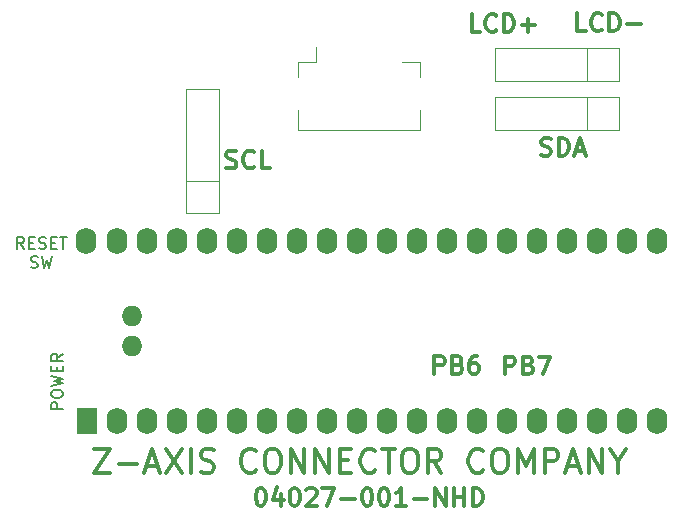
<source format=gbr>
%TF.GenerationSoftware,KiCad,Pcbnew,(6.0.7)*%
%TF.CreationDate,2023-06-13T14:52:57-04:00*%
%TF.ProjectId,STM32-NHD,53544d33-322d-44e4-9844-2e6b69636164,rev?*%
%TF.SameCoordinates,Original*%
%TF.FileFunction,Legend,Top*%
%TF.FilePolarity,Positive*%
%FSLAX46Y46*%
G04 Gerber Fmt 4.6, Leading zero omitted, Abs format (unit mm)*
G04 Created by KiCad (PCBNEW (6.0.7)) date 2023-06-13 14:52:57*
%MOMM*%
%LPD*%
G01*
G04 APERTURE LIST*
%ADD10C,0.300000*%
%ADD11C,0.150000*%
%ADD12C,0.120000*%
%ADD13R,1.727200X2.250000*%
%ADD14O,1.727200X2.250000*%
%ADD15O,1.727200X1.727200*%
G04 APERTURE END LIST*
D10*
X171525443Y-93160678D02*
X171739729Y-93232107D01*
X172096872Y-93232107D01*
X172239729Y-93160678D01*
X172311157Y-93089250D01*
X172382586Y-92946393D01*
X172382586Y-92803536D01*
X172311157Y-92660678D01*
X172239729Y-92589250D01*
X172096872Y-92517821D01*
X171811157Y-92446393D01*
X171668300Y-92374964D01*
X171596872Y-92303536D01*
X171525443Y-92160678D01*
X171525443Y-92017821D01*
X171596872Y-91874964D01*
X171668300Y-91803536D01*
X171811157Y-91732107D01*
X172168300Y-91732107D01*
X172382586Y-91803536D01*
X173025443Y-93232107D02*
X173025443Y-91732107D01*
X173382586Y-91732107D01*
X173596872Y-91803536D01*
X173739729Y-91946393D01*
X173811157Y-92089250D01*
X173882586Y-92374964D01*
X173882586Y-92589250D01*
X173811157Y-92874964D01*
X173739729Y-93017821D01*
X173596872Y-93160678D01*
X173382586Y-93232107D01*
X173025443Y-93232107D01*
X174454014Y-92803536D02*
X175168300Y-92803536D01*
X174311157Y-93232107D02*
X174811157Y-91732107D01*
X175311157Y-93232107D01*
X175320602Y-82700251D02*
X174606316Y-82700251D01*
X174606316Y-81200251D01*
X176677745Y-82557394D02*
X176606316Y-82628822D01*
X176392030Y-82700251D01*
X176249173Y-82700251D01*
X176034888Y-82628822D01*
X175892030Y-82485965D01*
X175820602Y-82343108D01*
X175749173Y-82057394D01*
X175749173Y-81843108D01*
X175820602Y-81557394D01*
X175892030Y-81414537D01*
X176034888Y-81271680D01*
X176249173Y-81200251D01*
X176392030Y-81200251D01*
X176606316Y-81271680D01*
X176677745Y-81343108D01*
X177320602Y-82700251D02*
X177320602Y-81200251D01*
X177677745Y-81200251D01*
X177892030Y-81271680D01*
X178034888Y-81414537D01*
X178106316Y-81557394D01*
X178177745Y-81843108D01*
X178177745Y-82057394D01*
X178106316Y-82343108D01*
X178034888Y-82485965D01*
X177892030Y-82628822D01*
X177677745Y-82700251D01*
X177320602Y-82700251D01*
X178820602Y-82128822D02*
X179963459Y-82128822D01*
X147733176Y-121384067D02*
X147876033Y-121384067D01*
X148018890Y-121455496D01*
X148090318Y-121526924D01*
X148161747Y-121669781D01*
X148233176Y-121955496D01*
X148233176Y-122312638D01*
X148161747Y-122598353D01*
X148090318Y-122741210D01*
X148018890Y-122812638D01*
X147876033Y-122884067D01*
X147733176Y-122884067D01*
X147590318Y-122812638D01*
X147518890Y-122741210D01*
X147447461Y-122598353D01*
X147376033Y-122312638D01*
X147376033Y-121955496D01*
X147447461Y-121669781D01*
X147518890Y-121526924D01*
X147590318Y-121455496D01*
X147733176Y-121384067D01*
X149518890Y-121884067D02*
X149518890Y-122884067D01*
X149161747Y-121312638D02*
X148804604Y-122384067D01*
X149733176Y-122384067D01*
X150590318Y-121384067D02*
X150733176Y-121384067D01*
X150876033Y-121455496D01*
X150947461Y-121526924D01*
X151018890Y-121669781D01*
X151090318Y-121955496D01*
X151090318Y-122312638D01*
X151018890Y-122598353D01*
X150947461Y-122741210D01*
X150876033Y-122812638D01*
X150733176Y-122884067D01*
X150590318Y-122884067D01*
X150447461Y-122812638D01*
X150376033Y-122741210D01*
X150304604Y-122598353D01*
X150233176Y-122312638D01*
X150233176Y-121955496D01*
X150304604Y-121669781D01*
X150376033Y-121526924D01*
X150447461Y-121455496D01*
X150590318Y-121384067D01*
X151661747Y-121526924D02*
X151733176Y-121455496D01*
X151876033Y-121384067D01*
X152233176Y-121384067D01*
X152376033Y-121455496D01*
X152447461Y-121526924D01*
X152518890Y-121669781D01*
X152518890Y-121812638D01*
X152447461Y-122026924D01*
X151590318Y-122884067D01*
X152518890Y-122884067D01*
X153018890Y-121384067D02*
X154018890Y-121384067D01*
X153376033Y-122884067D01*
X154590318Y-122312638D02*
X155733176Y-122312638D01*
X156733176Y-121384067D02*
X156876033Y-121384067D01*
X157018890Y-121455496D01*
X157090318Y-121526924D01*
X157161747Y-121669781D01*
X157233176Y-121955496D01*
X157233176Y-122312638D01*
X157161747Y-122598353D01*
X157090318Y-122741210D01*
X157018890Y-122812638D01*
X156876033Y-122884067D01*
X156733176Y-122884067D01*
X156590318Y-122812638D01*
X156518890Y-122741210D01*
X156447461Y-122598353D01*
X156376033Y-122312638D01*
X156376033Y-121955496D01*
X156447461Y-121669781D01*
X156518890Y-121526924D01*
X156590318Y-121455496D01*
X156733176Y-121384067D01*
X158161747Y-121384067D02*
X158304604Y-121384067D01*
X158447461Y-121455496D01*
X158518890Y-121526924D01*
X158590318Y-121669781D01*
X158661747Y-121955496D01*
X158661747Y-122312638D01*
X158590318Y-122598353D01*
X158518890Y-122741210D01*
X158447461Y-122812638D01*
X158304604Y-122884067D01*
X158161747Y-122884067D01*
X158018890Y-122812638D01*
X157947461Y-122741210D01*
X157876033Y-122598353D01*
X157804604Y-122312638D01*
X157804604Y-121955496D01*
X157876033Y-121669781D01*
X157947461Y-121526924D01*
X158018890Y-121455496D01*
X158161747Y-121384067D01*
X160090318Y-122884067D02*
X159233176Y-122884067D01*
X159661747Y-122884067D02*
X159661747Y-121384067D01*
X159518890Y-121598353D01*
X159376033Y-121741210D01*
X159233176Y-121812638D01*
X160733176Y-122312638D02*
X161876033Y-122312638D01*
X162590318Y-122884067D02*
X162590318Y-121384067D01*
X163447461Y-122884067D01*
X163447461Y-121384067D01*
X164161747Y-122884067D02*
X164161747Y-121384067D01*
X164161747Y-122098353D02*
X165018890Y-122098353D01*
X165018890Y-122884067D02*
X165018890Y-121384067D01*
X165733176Y-122884067D02*
X165733176Y-121384067D01*
X166090318Y-121384067D01*
X166304604Y-121455496D01*
X166447461Y-121598353D01*
X166518890Y-121741210D01*
X166590318Y-122026924D01*
X166590318Y-122241210D01*
X166518890Y-122526924D01*
X166447461Y-122669781D01*
X166304604Y-122812638D01*
X166090318Y-122884067D01*
X165733176Y-122884067D01*
X168466113Y-111741595D02*
X168466113Y-110241595D01*
X169037541Y-110241595D01*
X169180398Y-110313024D01*
X169251827Y-110384452D01*
X169323256Y-110527309D01*
X169323256Y-110741595D01*
X169251827Y-110884452D01*
X169180398Y-110955881D01*
X169037541Y-111027309D01*
X168466113Y-111027309D01*
X170466113Y-110955881D02*
X170680398Y-111027309D01*
X170751827Y-111098738D01*
X170823256Y-111241595D01*
X170823256Y-111455881D01*
X170751827Y-111598738D01*
X170680398Y-111670166D01*
X170537541Y-111741595D01*
X169966113Y-111741595D01*
X169966113Y-110241595D01*
X170466113Y-110241595D01*
X170608970Y-110313024D01*
X170680398Y-110384452D01*
X170751827Y-110527309D01*
X170751827Y-110670166D01*
X170680398Y-110813024D01*
X170608970Y-110884452D01*
X170466113Y-110955881D01*
X169966113Y-110955881D01*
X171323256Y-110241595D02*
X172323256Y-110241595D01*
X171680398Y-111741595D01*
X144875917Y-94240686D02*
X145090203Y-94312115D01*
X145447346Y-94312115D01*
X145590203Y-94240686D01*
X145661632Y-94169258D01*
X145733060Y-94026401D01*
X145733060Y-93883544D01*
X145661632Y-93740686D01*
X145590203Y-93669258D01*
X145447346Y-93597829D01*
X145161632Y-93526401D01*
X145018774Y-93454972D01*
X144947346Y-93383544D01*
X144875917Y-93240686D01*
X144875917Y-93097829D01*
X144947346Y-92954972D01*
X145018774Y-92883544D01*
X145161632Y-92812115D01*
X145518774Y-92812115D01*
X145733060Y-92883544D01*
X147233060Y-94169258D02*
X147161632Y-94240686D01*
X146947346Y-94312115D01*
X146804489Y-94312115D01*
X146590203Y-94240686D01*
X146447346Y-94097829D01*
X146375917Y-93954972D01*
X146304489Y-93669258D01*
X146304489Y-93454972D01*
X146375917Y-93169258D01*
X146447346Y-93026401D01*
X146590203Y-92883544D01*
X146804489Y-92812115D01*
X146947346Y-92812115D01*
X147161632Y-92883544D01*
X147233060Y-92954972D01*
X148590203Y-94312115D02*
X147875917Y-94312115D01*
X147875917Y-92812115D01*
D11*
X131037844Y-114689283D02*
X130037844Y-114689283D01*
X130037844Y-114308331D01*
X130085464Y-114213093D01*
X130133083Y-114165474D01*
X130228321Y-114117855D01*
X130371178Y-114117855D01*
X130466416Y-114165474D01*
X130514035Y-114213093D01*
X130561654Y-114308331D01*
X130561654Y-114689283D01*
X130037844Y-113498807D02*
X130037844Y-113308331D01*
X130085464Y-113213093D01*
X130180702Y-113117855D01*
X130371178Y-113070236D01*
X130704511Y-113070236D01*
X130894987Y-113117855D01*
X130990225Y-113213093D01*
X131037844Y-113308331D01*
X131037844Y-113498807D01*
X130990225Y-113594045D01*
X130894987Y-113689283D01*
X130704511Y-113736902D01*
X130371178Y-113736902D01*
X130180702Y-113689283D01*
X130085464Y-113594045D01*
X130037844Y-113498807D01*
X130037844Y-112736902D02*
X131037844Y-112498807D01*
X130323559Y-112308331D01*
X131037844Y-112117855D01*
X130037844Y-111879760D01*
X130514035Y-111498807D02*
X130514035Y-111165474D01*
X131037844Y-111022617D02*
X131037844Y-111498807D01*
X130037844Y-111498807D01*
X130037844Y-111022617D01*
X131037844Y-110022617D02*
X130561654Y-110355950D01*
X131037844Y-110594045D02*
X130037844Y-110594045D01*
X130037844Y-110213093D01*
X130085464Y-110117855D01*
X130133083Y-110070236D01*
X130228321Y-110022617D01*
X130371178Y-110022617D01*
X130466416Y-110070236D01*
X130514035Y-110117855D01*
X130561654Y-110213093D01*
X130561654Y-110594045D01*
D10*
X162497113Y-111710099D02*
X162497113Y-110210099D01*
X163068541Y-110210099D01*
X163211398Y-110281528D01*
X163282827Y-110352956D01*
X163354256Y-110495813D01*
X163354256Y-110710099D01*
X163282827Y-110852956D01*
X163211398Y-110924385D01*
X163068541Y-110995813D01*
X162497113Y-110995813D01*
X164497113Y-110924385D02*
X164711398Y-110995813D01*
X164782827Y-111067242D01*
X164854256Y-111210099D01*
X164854256Y-111424385D01*
X164782827Y-111567242D01*
X164711398Y-111638670D01*
X164568541Y-111710099D01*
X163997113Y-111710099D01*
X163997113Y-110210099D01*
X164497113Y-110210099D01*
X164639970Y-110281528D01*
X164711398Y-110352956D01*
X164782827Y-110495813D01*
X164782827Y-110638670D01*
X164711398Y-110781528D01*
X164639970Y-110852956D01*
X164497113Y-110924385D01*
X163997113Y-110924385D01*
X166139970Y-110210099D02*
X165854256Y-110210099D01*
X165711398Y-110281528D01*
X165639970Y-110352956D01*
X165497113Y-110567242D01*
X165425684Y-110852956D01*
X165425684Y-111424385D01*
X165497113Y-111567242D01*
X165568541Y-111638670D01*
X165711398Y-111710099D01*
X165997113Y-111710099D01*
X166139970Y-111638670D01*
X166211398Y-111567242D01*
X166282827Y-111424385D01*
X166282827Y-111067242D01*
X166211398Y-110924385D01*
X166139970Y-110852956D01*
X165997113Y-110781528D01*
X165711398Y-110781528D01*
X165568541Y-110852956D01*
X165497113Y-110924385D01*
X165425684Y-111067242D01*
D11*
X127743195Y-101141716D02*
X127409861Y-100665526D01*
X127171766Y-101141716D02*
X127171766Y-100141716D01*
X127552718Y-100141716D01*
X127647956Y-100189336D01*
X127695576Y-100236955D01*
X127743195Y-100332193D01*
X127743195Y-100475050D01*
X127695576Y-100570288D01*
X127647956Y-100617907D01*
X127552718Y-100665526D01*
X127171766Y-100665526D01*
X128171766Y-100617907D02*
X128505099Y-100617907D01*
X128647956Y-101141716D02*
X128171766Y-101141716D01*
X128171766Y-100141716D01*
X128647956Y-100141716D01*
X129028909Y-101094097D02*
X129171766Y-101141716D01*
X129409861Y-101141716D01*
X129505099Y-101094097D01*
X129552718Y-101046478D01*
X129600337Y-100951240D01*
X129600337Y-100856002D01*
X129552718Y-100760764D01*
X129505099Y-100713145D01*
X129409861Y-100665526D01*
X129219385Y-100617907D01*
X129124147Y-100570288D01*
X129076528Y-100522669D01*
X129028909Y-100427431D01*
X129028909Y-100332193D01*
X129076528Y-100236955D01*
X129124147Y-100189336D01*
X129219385Y-100141716D01*
X129457480Y-100141716D01*
X129600337Y-100189336D01*
X130028909Y-100617907D02*
X130362242Y-100617907D01*
X130505099Y-101141716D02*
X130028909Y-101141716D01*
X130028909Y-100141716D01*
X130505099Y-100141716D01*
X130790814Y-100141716D02*
X131362242Y-100141716D01*
X131076528Y-101141716D02*
X131076528Y-100141716D01*
X128338433Y-102704097D02*
X128481290Y-102751716D01*
X128719385Y-102751716D01*
X128814623Y-102704097D01*
X128862242Y-102656478D01*
X128909861Y-102561240D01*
X128909861Y-102466002D01*
X128862242Y-102370764D01*
X128814623Y-102323145D01*
X128719385Y-102275526D01*
X128528909Y-102227907D01*
X128433671Y-102180288D01*
X128386052Y-102132669D01*
X128338433Y-102037431D01*
X128338433Y-101942193D01*
X128386052Y-101846955D01*
X128433671Y-101799336D01*
X128528909Y-101751716D01*
X128767004Y-101751716D01*
X128909861Y-101799336D01*
X129243195Y-101751716D02*
X129481290Y-102751716D01*
X129671766Y-102037431D01*
X129862242Y-102751716D01*
X130100337Y-101751716D01*
D10*
X166389962Y-82769339D02*
X165675676Y-82769339D01*
X165675676Y-81269339D01*
X167747105Y-82626482D02*
X167675676Y-82697910D01*
X167461390Y-82769339D01*
X167318533Y-82769339D01*
X167104248Y-82697910D01*
X166961390Y-82555053D01*
X166889962Y-82412196D01*
X166818533Y-82126482D01*
X166818533Y-81912196D01*
X166889962Y-81626482D01*
X166961390Y-81483625D01*
X167104248Y-81340768D01*
X167318533Y-81269339D01*
X167461390Y-81269339D01*
X167675676Y-81340768D01*
X167747105Y-81412196D01*
X168389962Y-82769339D02*
X168389962Y-81269339D01*
X168747105Y-81269339D01*
X168961390Y-81340768D01*
X169104248Y-81483625D01*
X169175676Y-81626482D01*
X169247105Y-81912196D01*
X169247105Y-82126482D01*
X169175676Y-82412196D01*
X169104248Y-82555053D01*
X168961390Y-82697910D01*
X168747105Y-82769339D01*
X168389962Y-82769339D01*
X169889962Y-82197910D02*
X171032819Y-82197910D01*
X170461390Y-82769339D02*
X170461390Y-81626482D01*
X133666753Y-118078513D02*
X135000086Y-118078513D01*
X133666753Y-120078513D01*
X135000086Y-120078513D01*
X135761991Y-119316609D02*
X137285801Y-119316609D01*
X138142944Y-119507085D02*
X139095324Y-119507085D01*
X137952467Y-120078513D02*
X138619134Y-118078513D01*
X139285801Y-120078513D01*
X139761991Y-118078513D02*
X141095324Y-120078513D01*
X141095324Y-118078513D02*
X139761991Y-120078513D01*
X141857229Y-120078513D02*
X141857229Y-118078513D01*
X142714372Y-119983275D02*
X143000086Y-120078513D01*
X143476277Y-120078513D01*
X143666753Y-119983275D01*
X143761991Y-119888037D01*
X143857229Y-119697561D01*
X143857229Y-119507085D01*
X143761991Y-119316609D01*
X143666753Y-119221371D01*
X143476277Y-119126132D01*
X143095324Y-119030894D01*
X142904848Y-118935656D01*
X142809610Y-118840418D01*
X142714372Y-118649942D01*
X142714372Y-118459466D01*
X142809610Y-118268990D01*
X142904848Y-118173752D01*
X143095324Y-118078513D01*
X143571515Y-118078513D01*
X143857229Y-118173752D01*
X147381039Y-119888037D02*
X147285801Y-119983275D01*
X147000086Y-120078513D01*
X146809610Y-120078513D01*
X146523896Y-119983275D01*
X146333420Y-119792799D01*
X146238182Y-119602323D01*
X146142944Y-119221371D01*
X146142944Y-118935656D01*
X146238182Y-118554704D01*
X146333420Y-118364228D01*
X146523896Y-118173752D01*
X146809610Y-118078513D01*
X147000086Y-118078513D01*
X147285801Y-118173752D01*
X147381039Y-118268990D01*
X148619134Y-118078513D02*
X149000086Y-118078513D01*
X149190563Y-118173752D01*
X149381039Y-118364228D01*
X149476277Y-118745180D01*
X149476277Y-119411847D01*
X149381039Y-119792799D01*
X149190563Y-119983275D01*
X149000086Y-120078513D01*
X148619134Y-120078513D01*
X148428658Y-119983275D01*
X148238182Y-119792799D01*
X148142944Y-119411847D01*
X148142944Y-118745180D01*
X148238182Y-118364228D01*
X148428658Y-118173752D01*
X148619134Y-118078513D01*
X150333420Y-120078513D02*
X150333420Y-118078513D01*
X151476277Y-120078513D01*
X151476277Y-118078513D01*
X152428658Y-120078513D02*
X152428658Y-118078513D01*
X153571515Y-120078513D01*
X153571515Y-118078513D01*
X154523896Y-119030894D02*
X155190563Y-119030894D01*
X155476277Y-120078513D02*
X154523896Y-120078513D01*
X154523896Y-118078513D01*
X155476277Y-118078513D01*
X157476277Y-119888037D02*
X157381039Y-119983275D01*
X157095324Y-120078513D01*
X156904848Y-120078513D01*
X156619134Y-119983275D01*
X156428658Y-119792799D01*
X156333420Y-119602323D01*
X156238182Y-119221371D01*
X156238182Y-118935656D01*
X156333420Y-118554704D01*
X156428658Y-118364228D01*
X156619134Y-118173752D01*
X156904848Y-118078513D01*
X157095324Y-118078513D01*
X157381039Y-118173752D01*
X157476277Y-118268990D01*
X158047705Y-118078513D02*
X159190563Y-118078513D01*
X158619134Y-120078513D02*
X158619134Y-118078513D01*
X160238182Y-118078513D02*
X160619134Y-118078513D01*
X160809610Y-118173752D01*
X161000086Y-118364228D01*
X161095324Y-118745180D01*
X161095324Y-119411847D01*
X161000086Y-119792799D01*
X160809610Y-119983275D01*
X160619134Y-120078513D01*
X160238182Y-120078513D01*
X160047705Y-119983275D01*
X159857229Y-119792799D01*
X159761991Y-119411847D01*
X159761991Y-118745180D01*
X159857229Y-118364228D01*
X160047705Y-118173752D01*
X160238182Y-118078513D01*
X163095324Y-120078513D02*
X162428658Y-119126132D01*
X161952467Y-120078513D02*
X161952467Y-118078513D01*
X162714372Y-118078513D01*
X162904848Y-118173752D01*
X163000086Y-118268990D01*
X163095324Y-118459466D01*
X163095324Y-118745180D01*
X163000086Y-118935656D01*
X162904848Y-119030894D01*
X162714372Y-119126132D01*
X161952467Y-119126132D01*
X166619134Y-119888037D02*
X166523896Y-119983275D01*
X166238182Y-120078513D01*
X166047705Y-120078513D01*
X165761991Y-119983275D01*
X165571515Y-119792799D01*
X165476277Y-119602323D01*
X165381039Y-119221371D01*
X165381039Y-118935656D01*
X165476277Y-118554704D01*
X165571515Y-118364228D01*
X165761991Y-118173752D01*
X166047705Y-118078513D01*
X166238182Y-118078513D01*
X166523896Y-118173752D01*
X166619134Y-118268990D01*
X167857229Y-118078513D02*
X168238182Y-118078513D01*
X168428658Y-118173752D01*
X168619134Y-118364228D01*
X168714372Y-118745180D01*
X168714372Y-119411847D01*
X168619134Y-119792799D01*
X168428658Y-119983275D01*
X168238182Y-120078513D01*
X167857229Y-120078513D01*
X167666753Y-119983275D01*
X167476277Y-119792799D01*
X167381039Y-119411847D01*
X167381039Y-118745180D01*
X167476277Y-118364228D01*
X167666753Y-118173752D01*
X167857229Y-118078513D01*
X169571515Y-120078513D02*
X169571515Y-118078513D01*
X170238182Y-119507085D01*
X170904848Y-118078513D01*
X170904848Y-120078513D01*
X171857229Y-120078513D02*
X171857229Y-118078513D01*
X172619134Y-118078513D01*
X172809610Y-118173752D01*
X172904848Y-118268990D01*
X173000086Y-118459466D01*
X173000086Y-118745180D01*
X172904848Y-118935656D01*
X172809610Y-119030894D01*
X172619134Y-119126132D01*
X171857229Y-119126132D01*
X173761991Y-119507085D02*
X174714372Y-119507085D01*
X173571515Y-120078513D02*
X174238182Y-118078513D01*
X174904848Y-120078513D01*
X175571515Y-120078513D02*
X175571515Y-118078513D01*
X176714372Y-120078513D01*
X176714372Y-118078513D01*
X178047705Y-119126132D02*
X178047705Y-120078513D01*
X177381039Y-118078513D02*
X178047705Y-119126132D01*
X178714372Y-118078513D01*
D11*
%TO.C,*%
D12*
X167615000Y-88275000D02*
X167615000Y-91075000D01*
X175405000Y-91075000D02*
X175405000Y-88275000D01*
X178115000Y-88275000D02*
X167615000Y-88275000D01*
X167615000Y-91075000D02*
X178115000Y-91075000D01*
X178115000Y-91075000D02*
X178115000Y-88275000D01*
X161250000Y-91075000D02*
X161250000Y-89335000D01*
X152440000Y-85275000D02*
X152440000Y-84075000D01*
X150950000Y-89335000D02*
X150950000Y-91075000D01*
X150950000Y-91075000D02*
X161250000Y-91075000D01*
X150950000Y-85275000D02*
X150950000Y-86615000D01*
X159760000Y-85275000D02*
X161250000Y-85275000D01*
X152440000Y-85275000D02*
X150950000Y-85275000D01*
X161250000Y-85275000D02*
X161250000Y-86615000D01*
X167666864Y-84080144D02*
X167666864Y-86880144D01*
X167666864Y-86880144D02*
X178166864Y-86880144D01*
X178166864Y-86880144D02*
X178166864Y-84080144D01*
X178166864Y-84080144D02*
X167666864Y-84080144D01*
X175456864Y-86880144D02*
X175456864Y-84080144D01*
X144250000Y-98090000D02*
X144250000Y-87590000D01*
X141450000Y-98090000D02*
X144250000Y-98090000D01*
X141450000Y-87590000D02*
X141450000Y-98090000D01*
X141450000Y-95380000D02*
X144250000Y-95380000D01*
X144250000Y-87590000D02*
X141450000Y-87590000D01*
%TD*%
D13*
%TO.C,*%
X133065000Y-115675000D03*
D14*
X135605000Y-115675000D03*
X138145000Y-115675000D03*
X140685000Y-115675000D03*
X143225000Y-115675000D03*
X145765000Y-115675000D03*
X148305000Y-115675000D03*
X150845000Y-115675000D03*
X153385000Y-115675000D03*
X155925000Y-115675000D03*
X158465000Y-115675000D03*
X161005000Y-115675000D03*
X163545000Y-115675000D03*
X166085000Y-115675000D03*
X168625000Y-115675000D03*
X171165000Y-115675000D03*
X173705000Y-115675000D03*
X176245000Y-115675000D03*
X178785000Y-115675000D03*
X181325000Y-115675000D03*
X181325000Y-100435000D03*
X178785000Y-100435000D03*
X176245000Y-100435000D03*
X173705000Y-100435000D03*
X171165000Y-100435000D03*
X168625000Y-100435000D03*
X166085000Y-100435000D03*
X163545000Y-100435000D03*
X161005000Y-100435000D03*
X158465000Y-100435000D03*
X155925000Y-100435000D03*
X153385000Y-100435000D03*
X150845000Y-100435000D03*
X148305000Y-100435000D03*
X145765000Y-100435000D03*
X143225000Y-100435000D03*
X140685000Y-100435000D03*
X138145000Y-100435000D03*
X135605000Y-100435000D03*
X133014200Y-100435000D03*
D15*
X136875000Y-106775000D03*
X136875000Y-109315000D03*
%TD*%
M02*

</source>
